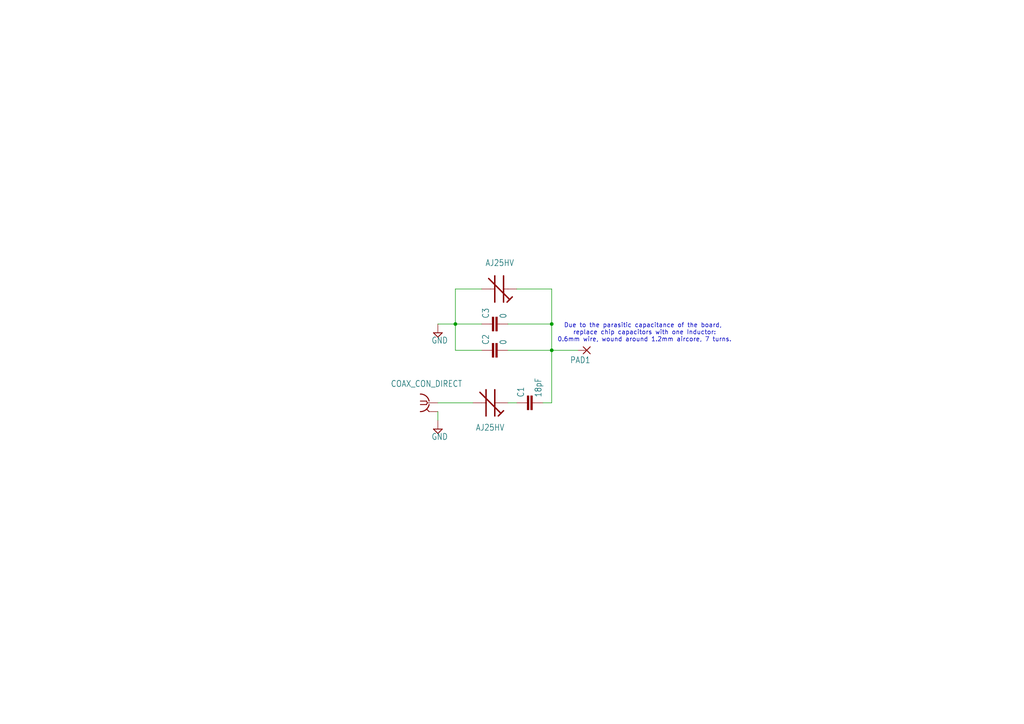
<source format=kicad_sch>
(kicad_sch (version 20231120) (generator "eeschema") (generator_version "8.0")
  (paper "A4")
  (lib_symbols
    (symbol "Matching Network-eagle-import:AJ25HV"
      (symbol "AJ25HV_1_0"
        (polyline (pts (xy -3.81 -1.27) (xy 0 -1.27)) (stroke (width 0.4064)))
        (polyline (pts (xy -3.81 1.27) (xy 0 1.27)) (stroke (width 0.4064)))
        (polyline (pts (xy -3.048 -3.048) (xy 3.048 3.048)) (stroke (width 0.4064)))
        (polyline (pts (xy 0 -2.54) (xy 0 -1.27)) (stroke (width 0.1524)))
        (polyline (pts (xy 0 -1.27) (xy 3.81 -1.27)) (stroke (width 0.4064)))
        (polyline (pts (xy 0 1.27) (xy 3.81 1.27)) (stroke (width 0.4064)))
        (polyline (pts (xy 0 2.54) (xy 0 1.27)) (stroke (width 0.1524)))
        (polyline (pts (xy 3.048 3.048) (xy 2.286 3.81)) (stroke (width 0.4064)))
        (polyline (pts (xy 3.048 3.048) (xy 3.81 2.286)) (stroke (width 0.4064)))
        (pin passive line (at 0 -5.08 90) (length 2.54) (name "A") (number "P$1"))
        (pin passive line (at 0 5.08 270) (length 2.54) (name "E") (number "P$2"))
      )
    )
    (symbol "Matching Network-eagle-import:C-EUC1210"
      (property "Reference" "C" (at 1.524 0.381 0))
      (symbol "C-EUC1210_1_0"
        (rectangle (start -2.032 -2.032) (end 2.032 -1.524) (fill (type outline)))
        (rectangle (start -2.032 -1.016) (end 2.032 -0.508) (fill (type outline)))
        (polyline (pts (xy 0 -2.54) (xy 0 -2.032)) (stroke (width 0.1524)))
        (polyline (pts (xy 0 0) (xy 0 -0.508)) (stroke (width 0.1524)))
        (pin passive line (at 0 2.54 270) (length 2.54) (name "1") (number "1"))
        (pin passive line (at 0 -5.08 90) (length 2.54) (name "2") (number "2"))
      )
    )
    (symbol "Matching Network-eagle-import:COAX_CON_DIRECT"
      (symbol "COAX_CON_DIRECT_1_0"
        (arc (start -2.54 -2.54) (mid -0.9022 -1.9838) (end 0 -0.508) (stroke (width 0.3048)))
        (polyline (pts (xy -2.54 0.508) (xy -0.762 0.508)) (stroke (width 0.254)))
        (polyline (pts (xy -0.762 -0.508) (xy -2.54 -0.508)) (stroke (width 0.254)))
        (polyline (pts (xy -0.762 0.508) (xy -0.508 0)) (stroke (width 0.254)))
        (polyline (pts (xy -0.508 0) (xy -0.762 -0.508)) (stroke (width 0.254)))
        (polyline (pts (xy 0 -2.54) (xy -0.762 -1.778)) (stroke (width 0.254)))
        (polyline (pts (xy 0 0) (xy -0.508 0)) (stroke (width 0.1524)))
        (arc (start 0 0.508) (mid -0.9022 1.9838) (end -2.54 2.54) (stroke (width 0.3048)))
        (pin passive line (at 2.54 0 180) (length 2.54) (name "1") (number "P$1"))
        (pin passive line (at 2.54 -2.54 180) (length 2.54) (name "GND@1") (number "P$2"))
      )
    )
    (symbol "Matching Network-eagle-import:GND" (power)
      (symbol "GND_1_0"
        (polyline (pts (xy -1.27 0) (xy 1.27 0)) (stroke (width 0.254)))
        (polyline (pts (xy 0 -1.27) (xy -1.27 0)) (stroke (width 0.254)))
        (polyline (pts (xy 1.27 0) (xy 0 -1.27)) (stroke (width 0.254)))
        (pin power_in line (at 0 2.54 270) (length 2.54) (name "GND") (number "1"))
      )
    )
    (symbol "Matching Network-eagle-import:SMD5"
      (property "Reference" "PAD" (at -1.143 1.8542 0))
      (symbol "SMD5_1_0"
        (polyline (pts (xy -1.016 -1.016) (xy 1.016 1.016)) (stroke (width 0.254)))
        (polyline (pts (xy -1.016 1.016) (xy 1.016 -1.016)) (stroke (width 0.254)))
        (pin passive line (at 2.54 0 180) (length 2.54) (name "P") (number "1"))
      )
    )
  )
  (junction (at 160.02 93.98))
  (junction (at 160.02 101.6))
  (junction (at 132.08 93.98))
  (wire (pts (xy 160.02 93.98) (xy 160.02 101.6)) (stroke (width 0.1524)))
  (wire (pts (xy 132.08 83.82) (xy 139.7 83.82)) (stroke (width 0.1524)))
  (wire (pts (xy 137.16 116.84) (xy 127 116.84)) (stroke (width 0.1524)))
  (wire (pts (xy 149.86 116.84) (xy 147.32 116.84)) (stroke (width 0.1524)))
  (wire (pts (xy 157.48 116.84) (xy 160.02 116.84)) (stroke (width 0.1524)))
  (wire (pts (xy 127 119.38) (xy 127 121.92)) (stroke (width 0.1524)))
  (wire (pts (xy 132.08 101.6) (xy 132.08 93.98)) (stroke (width 0.1524)))
  (wire (pts (xy 139.7 93.98) (xy 132.08 93.98)) (stroke (width 0.1524)))
  (wire (pts (xy 160.02 101.6) (xy 147.32 101.6)) (stroke (width 0.1524)))
  (wire (pts (xy 149.86 83.82) (xy 160.02 83.82)) (stroke (width 0.1524)))
  (wire (pts (xy 139.7 101.6) (xy 132.08 101.6)) (stroke (width 0.1524)))
  (wire (pts (xy 160.02 116.84) (xy 160.02 101.6)) (stroke (width 0.1524)))
  (wire (pts (xy 167.64 101.6) (xy 160.02 101.6)) (stroke (width 0.1524)))
  (wire (pts (xy 160.02 93.98) (xy 160.02 83.82)) (stroke (width 0.1524)))
  (wire (pts (xy 132.08 93.98) (xy 132.08 83.82)) (stroke (width 0.1524)))
  (wire (pts (xy 147.32 93.98) (xy 160.02 93.98)) (stroke (width 0.1524)))
  (wire (pts (xy 132.08 93.98) (xy 127 93.98)) (stroke (width 0.1524)))
  (text "Due to the parasitic capacitance of the board, \nreplace chip capacitors with one Inductor:\n0.6mm wire, wound around 1.2mm aircore, 7 turns." (at 186.944 96.52 0) (effects (font (size 1.27 1.27))))
  (symbol (lib_id "Matching Network-eagle-import:COAX_CON_DIRECT") (at 124.46 116.84 0) (unit 1)
    (property "Reference" "U$3" (effects (hide yes)))
    (property "Value" "COAX_CON_DIRECT" (at 113.284 112.268 0) (effects (font (size 1.778 1.5113)) (justify left bottom)))
    (property "Footprint" "Matching Network:COAX.141" (effects (hide yes)))
  )
  (symbol (lib_id "Matching Network-eagle-import:C-EUC1210") (at 142.24 93.98 90) (unit 1)
    (property "Reference" "C3" (at 141.859 92.456 0) (effects (font (size 1.778 1.5113)) (justify left bottom)))
    (property "Value" "0" (at 146.939 92.456 0) (effects (font (size 1.778 1.5113)) (justify left bottom)))
    (property "Footprint" "Matching Network:C1210" (effects (hide yes)))
  )
  (symbol (lib_id "Matching Network-eagle-import:GND") (at 127 96.52 0) (unit 1)
    (property "Reference" "#SUPPLY1" (effects (hide yes)))
    (property "Value" "GND" (at 125.095 99.695 0) (effects (font (size 1.778 1.5113)) (justify left bottom)))
  )
  (symbol (lib_id "Matching Network-eagle-import:SMD5") (at 170.18 101.6 180) (unit 1)
    (property "Reference" "PAD1" (at 171.323 103.4542 0) (effects (font (size 1.778 1.5113)) (justify left bottom)))
    (property "Value" "SMD5" (effects (hide yes)))
    (property "Footprint" "Matching Network:SMD2,54-5,08" (effects (hide yes)))
  )
  (symbol (lib_id "Matching Network-eagle-import:AJ25HV") (at 142.24 116.84 270) (unit 1)
    (property "Reference" "U$1" (effects (hide yes)))
    (property "Value" "AJ25HV" (at 137.922 124.968 90) (effects (font (size 1.778 1.5113)) (justify left bottom)))
    (property "Footprint" "Matching Network:AJ25HV" (effects (hide yes)))
  )
  (symbol (lib_id "Matching Network-eagle-import:C-EUC1210") (at 142.24 101.6 90) (unit 1)
    (property "Reference" "C2" (at 141.859 100.076 0) (effects (font (size 1.778 1.5113)) (justify left bottom)))
    (property "Value" "0" (at 146.939 100.076 0) (effects (font (size 1.778 1.5113)) (justify left bottom)))
    (property "Footprint" "Matching Network:C1210" (effects (hide yes)))
  )
  (symbol (lib_id "Matching Network-eagle-import:C-EUC1210") (at 152.4 116.84 90) (unit 1)
    (property "Reference" "C1" (at 152.019 115.316 0) (effects (font (size 1.778 1.5113)) (justify left bottom)))
    (property "Value" "18pF" (at 157.099 115.316 0) (effects (font (size 1.778 1.5113)) (justify left bottom)))
    (property "Footprint" "Matching Network:C1210" (effects (hide yes)))
  )
  (symbol (lib_id "Matching Network-eagle-import:AJ25HV") (at 144.78 83.82 270) (unit 1)
    (property "Reference" "U$2" (effects (hide yes)))
    (property "Value" "AJ25HV" (at 140.716 77.216 90) (effects (font (size 1.778 1.5113)) (justify left bottom)))
    (property "Footprint" "Matching Network:AJ25HV" (effects (hide yes)))
  )
  (symbol (lib_id "Matching Network-eagle-import:GND") (at 127 124.46 0) (unit 1)
    (property "Reference" "#SUPPLY2" (effects (hide yes)))
    (property "Value" "GND" (at 125.095 127.635 0) (effects (font (size 1.778 1.5113)) (justify left bottom)))
  )
)
</source>
